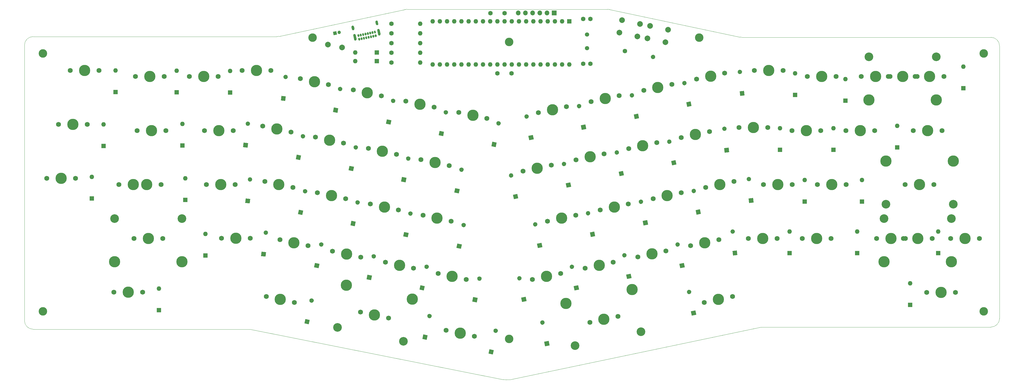
<source format=gbr>
%TF.GenerationSoftware,KiCad,Pcbnew,5.1.7-a382d34a8~88~ubuntu20.04.1*%
%TF.CreationDate,2021-03-24T17:29:37+01:00*%
%TF.ProjectId,sesame,73657361-6d65-42e6-9b69-6361645f7063,rev?*%
%TF.SameCoordinates,Original*%
%TF.FileFunction,Soldermask,Top*%
%TF.FilePolarity,Negative*%
%FSLAX46Y46*%
G04 Gerber Fmt 4.6, Leading zero omitted, Abs format (unit mm)*
G04 Created by KiCad (PCBNEW 5.1.7-a382d34a8~88~ubuntu20.04.1) date 2021-03-24 17:29:37*
%MOMM*%
%LPD*%
G01*
G04 APERTURE LIST*
%TA.AperFunction,Profile*%
%ADD10C,0.050000*%
%TD*%
%ADD11C,1.600000*%
%ADD12C,3.000000*%
%ADD13C,1.200000*%
%ADD14C,0.150000*%
%ADD15C,3.987800*%
%ADD16C,1.750000*%
%ADD17O,1.700000X1.700000*%
%ADD18R,1.700000X1.700000*%
%ADD19C,3.048000*%
%ADD20O,1.600000X1.600000*%
%ADD21R,1.600000X1.600000*%
%ADD22C,1.500000*%
%ADD23C,2.000000*%
G04 APERTURE END LIST*
D10*
X43688000Y-178562000D02*
G75*
G02*
X40640000Y-175514000I0J3048000D01*
G01*
X212136488Y-196378544D02*
G75*
G02*
X209804001Y-196341999I-1062488J6640544D01*
G01*
X385064000Y-174752000D02*
G75*
G02*
X382016000Y-177800000I-3048000J0D01*
G01*
X382016000Y-75438000D02*
G75*
G02*
X385064000Y-78486000I0J-3048000D01*
G01*
X293392751Y-75346994D02*
G75*
G03*
X294132000Y-75438000I739249J2956994D01*
G01*
X247435982Y-65639400D02*
G75*
G03*
X246634000Y-65532000I-801982J-2940600D01*
G01*
X174966018Y-65639400D02*
G75*
G02*
X175768000Y-65532000I801982J-2940600D01*
G01*
X130533249Y-75092994D02*
G75*
G02*
X129794000Y-75184000I-739249J2956994D01*
G01*
X40640000Y-78232000D02*
G75*
G02*
X43688000Y-75184000I3048000J0D01*
G01*
X130533249Y-75092994D02*
X174966018Y-65639400D01*
X43688000Y-75184000D02*
X129794000Y-75184000D01*
X40640000Y-175514000D02*
X40640000Y-78232000D01*
X120396000Y-178562000D02*
X43688000Y-178562000D01*
X209804001Y-196341999D02*
X120396000Y-178562000D01*
X300736000Y-177800000D02*
X212136488Y-196378544D01*
X382016000Y-177800000D02*
X300736000Y-177800000D01*
X385064000Y-78486000D02*
X385064000Y-174752000D01*
X294132000Y-75438000D02*
X382016000Y-75438000D01*
X247435982Y-65639400D02*
X293392751Y-75346994D01*
X175768000Y-65532000D02*
X246634000Y-65532000D01*
D11*
%TO.C,C2*%
X205248500Y-66929000D03*
X210248500Y-66929000D03*
%TD*%
%TO.C,C3*%
X212708500Y-88201500D03*
X207708500Y-88201500D03*
%TD*%
%TO.C,C4*%
X238038000Y-84772500D03*
X240538000Y-84772500D03*
%TD*%
%TO.C,C5*%
X238038000Y-68961000D03*
X240538000Y-68961000D03*
%TD*%
D12*
%TO.C,REF\u002A\u002A*%
X278955500Y-75565000D03*
%TD*%
D13*
%TO.C,C1*%
X151771721Y-73665632D03*
D14*
G36*
X149842358Y-74689136D02*
G01*
X149592864Y-73515358D01*
X150766642Y-73265864D01*
X151016136Y-74439642D01*
X149842358Y-74689136D01*
G37*
%TD*%
D15*
%TO.C,MX23*%
X185674000Y-119697500D03*
D16*
X180705010Y-118641309D03*
X190642990Y-120753691D03*
%TD*%
D17*
%TO.C,AVR1*%
X215011000Y-66865500D03*
X217551000Y-66865500D03*
X220091000Y-66865500D03*
X222631000Y-66865500D03*
X225171000Y-66865500D03*
D18*
X227711000Y-66865500D03*
%TD*%
D12*
%TO.C,REF\u002A\u002A*%
X142430500Y-75565000D03*
%TD*%
D15*
%TO.C,MX61*%
X356171500Y-146494500D03*
D16*
X351091500Y-146494500D03*
X361251500Y-146494500D03*
D19*
X344265250Y-139509500D03*
X368077750Y-139509500D03*
D15*
X344265250Y-154749500D03*
X368077750Y-154749500D03*
%TD*%
%TO.C,MX59*%
X346710000Y-146494500D03*
D16*
X341630000Y-146494500D03*
X351790000Y-146494500D03*
%TD*%
D15*
%TO.C,MX31*%
X359664000Y-108394500D03*
D16*
X354584000Y-108394500D03*
X364744000Y-108394500D03*
%TD*%
D15*
%TO.C,MX15*%
X350837500Y-89281000D03*
D16*
X345757500Y-89281000D03*
X355917500Y-89281000D03*
D19*
X338931250Y-82296000D03*
X362743750Y-82296000D03*
D15*
X338931250Y-97536000D03*
X362743750Y-97536000D03*
%TD*%
%TO.C,MX33*%
X83820000Y-127444500D03*
D16*
X78740000Y-127444500D03*
X88900000Y-127444500D03*
%TD*%
D15*
%TO.C,MX18*%
X85471000Y-108394500D03*
D16*
X80391000Y-108394500D03*
X90551000Y-108394500D03*
%TD*%
D15*
%TO.C,MX69*%
X79070200Y-127457200D03*
D16*
X73990200Y-127457200D03*
X84150200Y-127457200D03*
%TD*%
D20*
%TO.C,D60*%
X334772000Y-144018000D03*
D21*
X334772000Y-151638000D03*
%TD*%
D20*
%TO.C,U1*%
X233045000Y-85026500D03*
X184785000Y-69786500D03*
X230505000Y-85026500D03*
X187325000Y-69786500D03*
X227965000Y-85026500D03*
X189865000Y-69786500D03*
X225425000Y-85026500D03*
X192405000Y-69786500D03*
X222885000Y-85026500D03*
X194945000Y-69786500D03*
X220345000Y-85026500D03*
X197485000Y-69786500D03*
X217805000Y-85026500D03*
X200025000Y-69786500D03*
X215265000Y-85026500D03*
X202565000Y-69786500D03*
X212725000Y-85026500D03*
X205105000Y-69786500D03*
X210185000Y-85026500D03*
X207645000Y-69786500D03*
X207645000Y-85026500D03*
X210185000Y-69786500D03*
X205105000Y-85026500D03*
X212725000Y-69786500D03*
X202565000Y-85026500D03*
X215265000Y-69786500D03*
X200025000Y-85026500D03*
X217805000Y-69786500D03*
X197485000Y-85026500D03*
X220345000Y-69786500D03*
X194945000Y-85026500D03*
X222885000Y-69786500D03*
X192405000Y-85026500D03*
X225425000Y-69786500D03*
X189865000Y-85026500D03*
X227965000Y-69786500D03*
X187325000Y-85026500D03*
X230505000Y-69786500D03*
X184785000Y-85026500D03*
D21*
X233045000Y-69786500D03*
%TD*%
D15*
%TO.C,MX5*%
X143065500Y-91122500D03*
D16*
X138096510Y-90066309D03*
X148034490Y-92178691D03*
%TD*%
D12*
%TO.C,REF\u002A\u002A*%
X211836000Y-181991000D03*
%TD*%
%TO.C,REF\u002A\u002A*%
X379476000Y-172212000D03*
%TD*%
%TO.C,REF\u002A\u002A*%
X379476000Y-81153000D03*
%TD*%
%TO.C,REF\u002A\u002A*%
X47117000Y-81153000D03*
%TD*%
%TO.C,REF\u002A\u002A*%
X47117000Y-172212000D03*
%TD*%
%TO.C,REF\u002A\u002A*%
X211836000Y-77089000D03*
%TD*%
D22*
%TO.C,XTAL1*%
X239331500Y-79302000D03*
X239331500Y-74422000D03*
%TD*%
D15*
%TO.C,MX24*%
X221742000Y-121666000D03*
D16*
X216773010Y-122722191D03*
X226710990Y-120609809D03*
%TD*%
D15*
%TO.C,MX28*%
X298132500Y-107315000D03*
D16*
X293052500Y-107315000D03*
X303212500Y-107315000D03*
%TD*%
D15*
%TO.C,MX66*%
X245300500Y-175069500D03*
D16*
X240331510Y-176125691D03*
X250269490Y-174013309D03*
D19*
X235106693Y-184377310D03*
X258398833Y-179426412D03*
D15*
X231938119Y-169470340D03*
X255230259Y-164519443D03*
%TD*%
%TO.C,MX65*%
X194564000Y-179959000D03*
D16*
X189595010Y-178902809D03*
X199532990Y-181015191D03*
%TD*%
D15*
%TO.C,MX64*%
X164274500Y-173545500D03*
D16*
X159305510Y-172489309D03*
X169243490Y-174601691D03*
D19*
X151176167Y-177902412D03*
X174468307Y-182853310D03*
D15*
X154344741Y-162995443D03*
X177636881Y-167946340D03*
%TD*%
%TO.C,MX46*%
X356806500Y-127444500D03*
D16*
X351726500Y-127444500D03*
X361886500Y-127444500D03*
D19*
X344900250Y-134429500D03*
X368712750Y-134429500D03*
D15*
X344900250Y-119189500D03*
X368712750Y-119189500D03*
%TD*%
%TO.C,MX47*%
X84391500Y-146494500D03*
D16*
X79311500Y-146494500D03*
X89471500Y-146494500D03*
D19*
X72485250Y-139509500D03*
X96297750Y-139509500D03*
D15*
X72485250Y-154749500D03*
X96297750Y-154749500D03*
%TD*%
%TO.C,MX16*%
X360299000Y-89281000D03*
D16*
X355219000Y-89281000D03*
X365379000Y-89281000D03*
%TD*%
D15*
%TO.C,MX45*%
X341249000Y-89281000D03*
D16*
X336169000Y-89281000D03*
X346329000Y-89281000D03*
%TD*%
D15*
%TO.C,MX68*%
X364426500Y-165544500D03*
D16*
X359346500Y-165544500D03*
X369506500Y-165544500D03*
%TD*%
D15*
%TO.C,MX67*%
X285750000Y-168021000D03*
D16*
X280781010Y-169077191D03*
X290718990Y-166964809D03*
%TD*%
D15*
%TO.C,MX63*%
X131000500Y-168021000D03*
D16*
X126031510Y-166964809D03*
X135969490Y-169077191D03*
%TD*%
D15*
%TO.C,MX62*%
X77279500Y-165481000D03*
D16*
X72199500Y-165481000D03*
X82359500Y-165481000D03*
%TD*%
D15*
%TO.C,MX60*%
X372872000Y-146494500D03*
D16*
X367792000Y-146494500D03*
X377952000Y-146494500D03*
%TD*%
D15*
%TO.C,MX58*%
X320484500Y-146494500D03*
D16*
X315404500Y-146494500D03*
X325564500Y-146494500D03*
%TD*%
D15*
%TO.C,MX57*%
X301434500Y-146494500D03*
D16*
X296354500Y-146494500D03*
X306514500Y-146494500D03*
%TD*%
D15*
%TO.C,MX56*%
X280924000Y-148018500D03*
D16*
X275955010Y-149074691D03*
X285892990Y-146962309D03*
%TD*%
D15*
%TO.C,MX55*%
X262255000Y-151955500D03*
D16*
X257286010Y-153011691D03*
X267223990Y-150899309D03*
%TD*%
D15*
%TO.C,MX54*%
X243649500Y-155956000D03*
D16*
X238680510Y-157012191D03*
X248618490Y-154899809D03*
%TD*%
D15*
%TO.C,MX53*%
X225044000Y-159893000D03*
D16*
X220075010Y-160949191D03*
X230012990Y-158836809D03*
%TD*%
D15*
%TO.C,MX52*%
X191706500Y-159893000D03*
D16*
X186737510Y-158836809D03*
X196675490Y-160949191D03*
%TD*%
D15*
%TO.C,MX51*%
X173101000Y-155956000D03*
D16*
X168132010Y-154899809D03*
X178069990Y-157012191D03*
%TD*%
D15*
%TO.C,MX50*%
X154432000Y-152019000D03*
D16*
X149463010Y-150962809D03*
X159400990Y-153075191D03*
%TD*%
D15*
%TO.C,MX49*%
X135826500Y-148018500D03*
D16*
X130857510Y-146962309D03*
X140795490Y-149074691D03*
%TD*%
D15*
%TO.C,MX48*%
X115316000Y-146431000D03*
D16*
X110236000Y-146431000D03*
X120396000Y-146431000D03*
%TD*%
D15*
%TO.C,MX44*%
X325818500Y-127444500D03*
D16*
X320738500Y-127444500D03*
X330898500Y-127444500D03*
%TD*%
D15*
%TO.C,MX43*%
X306768500Y-127444500D03*
D16*
X301688500Y-127444500D03*
X311848500Y-127444500D03*
%TD*%
D15*
%TO.C,MX42*%
X286258000Y-127444500D03*
D16*
X281289010Y-128500691D03*
X291226990Y-126388309D03*
%TD*%
D15*
%TO.C,MX41*%
X267652500Y-131381500D03*
D16*
X262683510Y-132437691D03*
X272621490Y-130325309D03*
%TD*%
D15*
%TO.C,MX40*%
X248983500Y-135382000D03*
D16*
X244014510Y-136438191D03*
X253952490Y-134325809D03*
%TD*%
D15*
%TO.C,MX39*%
X230378000Y-139319000D03*
D16*
X225409010Y-140375191D03*
X235346990Y-138262809D03*
%TD*%
D15*
%TO.C,MX38*%
X186372500Y-139319000D03*
D16*
X181403510Y-138262809D03*
X191341490Y-140375191D03*
%TD*%
D15*
%TO.C,MX37*%
X167767000Y-135382000D03*
D16*
X162798010Y-134325809D03*
X172735990Y-136438191D03*
%TD*%
D15*
%TO.C,MX36*%
X149098000Y-131381500D03*
D16*
X144129010Y-130325309D03*
X154066990Y-132437691D03*
%TD*%
D15*
%TO.C,MX35*%
X130492500Y-127444500D03*
D16*
X125523510Y-126388309D03*
X135461490Y-128500691D03*
%TD*%
D15*
%TO.C,MX34*%
X109982000Y-127444500D03*
D16*
X104902000Y-127444500D03*
X115062000Y-127444500D03*
%TD*%
D15*
%TO.C,MX32*%
X53594000Y-125285500D03*
D16*
X48514000Y-125285500D03*
X58674000Y-125285500D03*
%TD*%
D15*
%TO.C,MX30*%
X335851500Y-108394500D03*
D16*
X330771500Y-108394500D03*
X340931500Y-108394500D03*
%TD*%
D15*
%TO.C,MX29*%
X316801500Y-108394500D03*
D16*
X311721500Y-108394500D03*
X321881500Y-108394500D03*
%TD*%
D15*
%TO.C,MX27*%
X277622000Y-109791500D03*
D16*
X272653010Y-110847691D03*
X282590990Y-108735309D03*
%TD*%
D15*
%TO.C,MX26*%
X259016500Y-113728500D03*
D16*
X254047510Y-114784691D03*
X263985490Y-112672309D03*
%TD*%
D15*
%TO.C,MX25*%
X240411000Y-117665500D03*
D16*
X235442010Y-118721691D03*
X245379990Y-116609309D03*
%TD*%
D15*
%TO.C,MX22*%
X167068500Y-115697000D03*
D16*
X162099510Y-114640809D03*
X172037490Y-116753191D03*
%TD*%
D15*
%TO.C,MX21*%
X148399500Y-111760000D03*
D16*
X143430510Y-110703809D03*
X153368490Y-112816191D03*
%TD*%
D15*
%TO.C,MX20*%
X129794000Y-107823000D03*
D16*
X124825010Y-106766809D03*
X134762990Y-108879191D03*
%TD*%
D15*
%TO.C,MX19*%
X109283500Y-108394500D03*
D16*
X104203500Y-108394500D03*
X114363500Y-108394500D03*
%TD*%
D15*
%TO.C,MX17*%
X57721500Y-106235500D03*
D16*
X52641500Y-106235500D03*
X62801500Y-106235500D03*
%TD*%
D15*
%TO.C,MX14*%
X322199000Y-89281000D03*
D16*
X317119000Y-89281000D03*
X327279000Y-89281000D03*
%TD*%
D15*
%TO.C,MX13*%
X303530000Y-87185500D03*
D16*
X298450000Y-87185500D03*
X308610000Y-87185500D03*
%TD*%
D15*
%TO.C,MX12*%
X283019500Y-89154000D03*
D16*
X278050510Y-90210191D03*
X287988490Y-88097809D03*
%TD*%
D15*
%TO.C,MX11*%
X264350500Y-93154500D03*
D16*
X259381510Y-94210691D03*
X269319490Y-92098309D03*
%TD*%
D15*
%TO.C,MX10*%
X245745000Y-97091500D03*
D16*
X240776010Y-98147691D03*
X250713990Y-96035309D03*
%TD*%
D15*
%TO.C,MX9*%
X227139500Y-101028500D03*
D16*
X222170510Y-102084691D03*
X232108490Y-99972309D03*
%TD*%
D15*
%TO.C,MX8*%
X199009000Y-102997000D03*
D16*
X194040010Y-101940809D03*
X203977990Y-104053191D03*
%TD*%
D15*
%TO.C,MX7*%
X180340000Y-99060000D03*
D16*
X175371010Y-98003809D03*
X185308990Y-100116191D03*
%TD*%
D15*
%TO.C,MX6*%
X161734500Y-95059500D03*
D16*
X156765510Y-94003309D03*
X166703490Y-96115691D03*
%TD*%
D15*
%TO.C,MX4*%
X122555000Y-87185500D03*
D16*
X117475000Y-87185500D03*
X127635000Y-87185500D03*
%TD*%
D15*
%TO.C,MX3*%
X103981250Y-89281000D03*
D16*
X98901250Y-89281000D03*
X109061250Y-89281000D03*
%TD*%
D15*
%TO.C,MX2*%
X84931250Y-89281000D03*
D16*
X79851250Y-89281000D03*
X90011250Y-89281000D03*
%TD*%
D15*
%TO.C,MX1*%
X61849000Y-87185500D03*
D16*
X56769000Y-87185500D03*
X66929000Y-87185500D03*
%TD*%
%TO.C,USB1*%
G36*
G01*
X163324913Y-74995366D02*
X163397683Y-75337718D01*
G75*
G02*
X163147356Y-75723187I-317898J-67571D01*
G01*
X163147356Y-75723187D01*
G75*
G02*
X162761887Y-75472860I-67571J317898D01*
G01*
X162689117Y-75130508D01*
G75*
G02*
X162939444Y-74745039I317898J67571D01*
G01*
X162939444Y-74745039D01*
G75*
G02*
X163324913Y-74995366I67571J-317898D01*
G01*
G37*
G36*
G01*
X164987763Y-74641916D02*
X165060533Y-74984268D01*
G75*
G02*
X164810206Y-75369737I-317898J-67571D01*
G01*
X164810206Y-75369737D01*
G75*
G02*
X164424737Y-75119410I-67571J317898D01*
G01*
X164351967Y-74777058D01*
G75*
G02*
X164602294Y-74391589I317898J67571D01*
G01*
X164602294Y-74391589D01*
G75*
G02*
X164987763Y-74641916I67571J-317898D01*
G01*
G37*
G36*
G01*
X164156338Y-74818641D02*
X164229108Y-75160993D01*
G75*
G02*
X163978781Y-75546462I-317898J-67571D01*
G01*
X163978781Y-75546462D01*
G75*
G02*
X163593312Y-75296135I-67571J317898D01*
G01*
X163520542Y-74953783D01*
G75*
G02*
X163770869Y-74568314I317898J67571D01*
G01*
X163770869Y-74568314D01*
G75*
G02*
X164156338Y-74818641I67571J-317898D01*
G01*
G37*
G36*
G01*
X162493487Y-75172091D02*
X162566257Y-75514443D01*
G75*
G02*
X162315930Y-75899912I-317898J-67571D01*
G01*
X162315930Y-75899912D01*
G75*
G02*
X161930461Y-75649585I-67571J317898D01*
G01*
X161857691Y-75307233D01*
G75*
G02*
X162108018Y-74921764I317898J67571D01*
G01*
X162108018Y-74921764D01*
G75*
G02*
X162493487Y-75172091I67571J-317898D01*
G01*
G37*
G36*
G01*
X161662062Y-75348816D02*
X161734832Y-75691168D01*
G75*
G02*
X161484505Y-76076637I-317898J-67571D01*
G01*
X161484505Y-76076637D01*
G75*
G02*
X161099036Y-75826310I-67571J317898D01*
G01*
X161026266Y-75483958D01*
G75*
G02*
X161276593Y-75098489I317898J67571D01*
G01*
X161276593Y-75098489D01*
G75*
G02*
X161662062Y-75348816I67571J-317898D01*
G01*
G37*
G36*
G01*
X160830636Y-75525541D02*
X160903406Y-75867893D01*
G75*
G02*
X160653079Y-76253362I-317898J-67571D01*
G01*
X160653079Y-76253362D01*
G75*
G02*
X160267610Y-76003035I-67571J317898D01*
G01*
X160194840Y-75660683D01*
G75*
G02*
X160445167Y-75275214I317898J67571D01*
G01*
X160445167Y-75275214D01*
G75*
G02*
X160830636Y-75525541I67571J-317898D01*
G01*
G37*
G36*
G01*
X159999211Y-75702266D02*
X160071981Y-76044618D01*
G75*
G02*
X159821654Y-76430087I-317898J-67571D01*
G01*
X159821654Y-76430087D01*
G75*
G02*
X159436185Y-76179760I-67571J317898D01*
G01*
X159363415Y-75837408D01*
G75*
G02*
X159613742Y-75451939I317898J67571D01*
G01*
X159613742Y-75451939D01*
G75*
G02*
X159999211Y-75702266I67571J-317898D01*
G01*
G37*
G36*
G01*
X159167785Y-75878991D02*
X159240555Y-76221343D01*
G75*
G02*
X158990228Y-76606812I-317898J-67571D01*
G01*
X158990228Y-76606812D01*
G75*
G02*
X158604759Y-76356485I-67571J317898D01*
G01*
X158531989Y-76014133D01*
G75*
G02*
X158782316Y-75628664I317898J67571D01*
G01*
X158782316Y-75628664D01*
G75*
G02*
X159167785Y-75878991I67571J-317898D01*
G01*
G37*
G36*
G01*
X164712280Y-73345871D02*
X164785050Y-73688223D01*
G75*
G02*
X164534723Y-74073692I-317898J-67571D01*
G01*
X164534723Y-74073692D01*
G75*
G02*
X164149254Y-73823365I-67571J317898D01*
G01*
X164076484Y-73481013D01*
G75*
G02*
X164326811Y-73095544I317898J67571D01*
G01*
X164326811Y-73095544D01*
G75*
G02*
X164712280Y-73345871I67571J-317898D01*
G01*
G37*
G36*
G01*
X163875964Y-73523635D02*
X163948734Y-73865987D01*
G75*
G02*
X163698407Y-74251456I-317898J-67571D01*
G01*
X163698407Y-74251456D01*
G75*
G02*
X163312938Y-74001129I-67571J317898D01*
G01*
X163240168Y-73658777D01*
G75*
G02*
X163490495Y-73273308I317898J67571D01*
G01*
X163490495Y-73273308D01*
G75*
G02*
X163875964Y-73523635I67571J-317898D01*
G01*
G37*
G36*
G01*
X163044539Y-73700360D02*
X163117309Y-74042712D01*
G75*
G02*
X162866982Y-74428181I-317898J-67571D01*
G01*
X162866982Y-74428181D01*
G75*
G02*
X162481513Y-74177854I-67571J317898D01*
G01*
X162408743Y-73835502D01*
G75*
G02*
X162659070Y-73450033I317898J67571D01*
G01*
X162659070Y-73450033D01*
G75*
G02*
X163044539Y-73700360I67571J-317898D01*
G01*
G37*
G36*
G01*
X162213113Y-73877085D02*
X162285883Y-74219437D01*
G75*
G02*
X162035556Y-74604906I-317898J-67571D01*
G01*
X162035556Y-74604906D01*
G75*
G02*
X161650087Y-74354579I-67571J317898D01*
G01*
X161577317Y-74012227D01*
G75*
G02*
X161827644Y-73626758I317898J67571D01*
G01*
X161827644Y-73626758D01*
G75*
G02*
X162213113Y-73877085I67571J-317898D01*
G01*
G37*
G36*
G01*
X161381688Y-74053810D02*
X161454458Y-74396162D01*
G75*
G02*
X161204131Y-74781631I-317898J-67571D01*
G01*
X161204131Y-74781631D01*
G75*
G02*
X160818662Y-74531304I-67571J317898D01*
G01*
X160745892Y-74188952D01*
G75*
G02*
X160996219Y-73803483I317898J67571D01*
G01*
X160996219Y-73803483D01*
G75*
G02*
X161381688Y-74053810I67571J-317898D01*
G01*
G37*
G36*
G01*
X160550262Y-74230535D02*
X160623032Y-74572887D01*
G75*
G02*
X160372705Y-74958356I-317898J-67571D01*
G01*
X160372705Y-74958356D01*
G75*
G02*
X159987236Y-74708029I-67571J317898D01*
G01*
X159914466Y-74365677D01*
G75*
G02*
X160164793Y-73980208I317898J67571D01*
G01*
X160164793Y-73980208D01*
G75*
G02*
X160550262Y-74230535I67571J-317898D01*
G01*
G37*
G36*
G01*
X159718837Y-74407260D02*
X159791607Y-74749612D01*
G75*
G02*
X159541280Y-75135081I-317898J-67571D01*
G01*
X159541280Y-75135081D01*
G75*
G02*
X159155811Y-74884754I-67571J317898D01*
G01*
X159083041Y-74542402D01*
G75*
G02*
X159333368Y-74156933I317898J67571D01*
G01*
X159333368Y-74156933D01*
G75*
G02*
X159718837Y-74407260I67571J-317898D01*
G01*
G37*
G36*
G01*
X158887411Y-74583985D02*
X158960181Y-74926337D01*
G75*
G02*
X158709854Y-75311806I-317898J-67571D01*
G01*
X158709854Y-75311806D01*
G75*
G02*
X158324385Y-75061479I-67571J317898D01*
G01*
X158251615Y-74719127D01*
G75*
G02*
X158501942Y-74333658I317898J67571D01*
G01*
X158501942Y-74333658D01*
G75*
G02*
X158887411Y-74583985I67571J-317898D01*
G01*
G37*
G36*
G01*
X166107228Y-72814227D02*
X166419096Y-74281449D01*
G75*
G02*
X166072490Y-74815175I-440166J-93560D01*
G01*
X166072490Y-74815175D01*
G75*
G02*
X165538764Y-74468569I-93560J440166D01*
G01*
X165226896Y-73001347D01*
G75*
G02*
X165573502Y-72467621I440166J93560D01*
G01*
X165573502Y-72467621D01*
G75*
G02*
X166107228Y-72814227I93560J-440166D01*
G01*
G37*
G36*
G01*
X157646251Y-74612663D02*
X157958119Y-76079885D01*
G75*
G02*
X157611513Y-76613611I-440166J-93560D01*
G01*
X157611513Y-76613611D01*
G75*
G02*
X157077787Y-76267005I-93560J440166D01*
G01*
X156765919Y-74799783D01*
G75*
G02*
X157112525Y-74266057I440166J93560D01*
G01*
X157112525Y-74266057D01*
G75*
G02*
X157646251Y-74612663I93560J-440166D01*
G01*
G37*
G36*
G01*
X165477256Y-69850440D02*
X165643586Y-70632958D01*
G75*
G02*
X165296980Y-71166684I-440166J-93560D01*
G01*
X165296980Y-71166684D01*
G75*
G02*
X164763254Y-70820078I-93560J440166D01*
G01*
X164596924Y-70037560D01*
G75*
G02*
X164943530Y-69503834I440166J93560D01*
G01*
X164943530Y-69503834D01*
G75*
G02*
X165477256Y-69850440I93560J-440166D01*
G01*
G37*
G36*
G01*
X157016279Y-71648876D02*
X157182609Y-72431394D01*
G75*
G02*
X156836003Y-72965120I-440166J-93560D01*
G01*
X156836003Y-72965120D01*
G75*
G02*
X156302277Y-72618514I-93560J440166D01*
G01*
X156135947Y-71835996D01*
G75*
G02*
X156482553Y-71302270I440166J93560D01*
G01*
X156482553Y-71302270D01*
G75*
G02*
X157016279Y-71648876I93560J-440166D01*
G01*
G37*
%TD*%
D23*
%TO.C,Reset1*%
X267977959Y-72725426D03*
X267042357Y-77127090D03*
X261620000Y-71374000D03*
X260684397Y-75775664D03*
%TD*%
%TO.C,R6*%
G36*
G01*
X261885462Y-82210054D02*
X261885462Y-82210054D01*
G75*
G02*
X262834309Y-81593865I782518J-166329D01*
G01*
X262834309Y-81593865D01*
G75*
G02*
X263450498Y-82542712I-166329J-782518D01*
G01*
X263450498Y-82542712D01*
G75*
G02*
X262501651Y-83158901I-782518J166329D01*
G01*
X262501651Y-83158901D01*
G75*
G02*
X261885462Y-82210054I166329J782518D01*
G01*
G37*
D11*
X252730000Y-80264000D03*
%TD*%
D20*
%TO.C,R5*%
X180403500Y-70612000D03*
D11*
X170243500Y-70612000D03*
%TD*%
D20*
%TO.C,R4*%
X180403500Y-74041000D03*
D11*
X170243500Y-74041000D03*
%TD*%
D20*
%TO.C,R3*%
X180403500Y-80899000D03*
D11*
X170243500Y-80899000D03*
%TD*%
D20*
%TO.C,R2*%
X180403500Y-77470000D03*
D11*
X170243500Y-77470000D03*
%TD*%
D20*
%TO.C,R1*%
X180403500Y-84328000D03*
D11*
X170243500Y-84328000D03*
%TD*%
D23*
%TO.C,F1*%
X152794911Y-79043973D03*
X147828000Y-77978000D03*
%TD*%
D20*
%TO.C,D68*%
X353441000Y-162306000D03*
D21*
X353441000Y-169926000D03*
%TD*%
%TO.C,D67*%
G36*
G01*
X275569042Y-166176033D02*
X275569042Y-166176033D01*
G75*
G02*
X274620195Y-165559844I-166329J782518D01*
G01*
X274620195Y-165559844D01*
G75*
G02*
X275236384Y-164610997I782518J166329D01*
G01*
X275236384Y-164610997D01*
G75*
G02*
X276185231Y-165227186I166329J-782518D01*
G01*
X276185231Y-165227186D01*
G75*
G02*
X275569042Y-166176033I-782518J-166329D01*
G01*
G37*
D14*
G36*
X277935847Y-173463189D02*
G01*
X276370811Y-173795847D01*
X276038153Y-172230811D01*
X277603189Y-171898153D01*
X277935847Y-173463189D01*
G37*
%TD*%
%TO.C,D66*%
G36*
G01*
X223753042Y-176971033D02*
X223753042Y-176971033D01*
G75*
G02*
X222804195Y-176354844I-166329J782518D01*
G01*
X222804195Y-176354844D01*
G75*
G02*
X223420384Y-175405997I782518J166329D01*
G01*
X223420384Y-175405997D01*
G75*
G02*
X224369231Y-176022186I166329J-782518D01*
G01*
X224369231Y-176022186D01*
G75*
G02*
X223753042Y-176971033I-782518J-166329D01*
G01*
G37*
G36*
X226119847Y-184258189D02*
G01*
X224554811Y-184590847D01*
X224222153Y-183025811D01*
X225787189Y-182693153D01*
X226119847Y-184258189D01*
G37*
%TD*%
%TO.C,D65*%
G36*
G01*
X206903958Y-179892033D02*
X206903958Y-179892033D01*
G75*
G02*
X206287769Y-178943186I166329J782518D01*
G01*
X206287769Y-178943186D01*
G75*
G02*
X207236616Y-178326997I782518J-166329D01*
G01*
X207236616Y-178326997D01*
G75*
G02*
X207852805Y-179275844I-166329J-782518D01*
G01*
X207852805Y-179275844D01*
G75*
G02*
X206903958Y-179892033I-782518J166329D01*
G01*
G37*
G36*
X206102189Y-187511847D02*
G01*
X204537153Y-187179189D01*
X204869811Y-185614153D01*
X206434847Y-185946811D01*
X206102189Y-187511847D01*
G37*
%TD*%
%TO.C,D64*%
G36*
G01*
X183535958Y-174685033D02*
X183535958Y-174685033D01*
G75*
G02*
X182919769Y-173736186I166329J782518D01*
G01*
X182919769Y-173736186D01*
G75*
G02*
X183868616Y-173119997I782518J-166329D01*
G01*
X183868616Y-173119997D01*
G75*
G02*
X184484805Y-174068844I-166329J-782518D01*
G01*
X184484805Y-174068844D01*
G75*
G02*
X183535958Y-174685033I-782518J166329D01*
G01*
G37*
G36*
X182734189Y-182304847D02*
G01*
X181169153Y-181972189D01*
X181501811Y-180407153D01*
X183066847Y-180739811D01*
X182734189Y-182304847D01*
G37*
%TD*%
%TO.C,D63*%
G36*
G01*
X141879958Y-169224033D02*
X141879958Y-169224033D01*
G75*
G02*
X141263769Y-168275186I166329J782518D01*
G01*
X141263769Y-168275186D01*
G75*
G02*
X142212616Y-167658997I782518J-166329D01*
G01*
X142212616Y-167658997D01*
G75*
G02*
X142828805Y-168607844I-166329J-782518D01*
G01*
X142828805Y-168607844D01*
G75*
G02*
X141879958Y-169224033I-782518J166329D01*
G01*
G37*
G36*
X141078189Y-176843847D02*
G01*
X139513153Y-176511189D01*
X139845811Y-174946153D01*
X141410847Y-175278811D01*
X141078189Y-176843847D01*
G37*
%TD*%
D20*
%TO.C,D62*%
X88138000Y-164211000D03*
D21*
X88138000Y-171831000D03*
%TD*%
D20*
%TO.C,D61*%
X363347000Y-144018000D03*
D21*
X363347000Y-151638000D03*
%TD*%
D20*
%TO.C,D59*%
X310896000Y-144018000D03*
D21*
X310896000Y-151638000D03*
%TD*%
%TO.C,D58*%
G36*
G01*
X290879116Y-144855361D02*
X290879116Y-144855361D01*
G75*
G02*
X289999875Y-144143366I-83623J795618D01*
G01*
X289999875Y-144143366D01*
G75*
G02*
X290711870Y-143264125I795618J83623D01*
G01*
X290711870Y-143264125D01*
G75*
G02*
X291591111Y-143976120I83623J-795618D01*
G01*
X291591111Y-143976120D01*
G75*
G02*
X290879116Y-144855361I-795618J-83623D01*
G01*
G37*
D14*
G36*
X292471240Y-152349995D02*
G01*
X290880005Y-152517240D01*
X290712760Y-150926005D01*
X292303995Y-150758760D01*
X292471240Y-152349995D01*
G37*
%TD*%
%TO.C,D57*%
G36*
G01*
X271505042Y-149412033D02*
X271505042Y-149412033D01*
G75*
G02*
X270556195Y-148795844I-166329J782518D01*
G01*
X270556195Y-148795844D01*
G75*
G02*
X271172384Y-147846997I782518J166329D01*
G01*
X271172384Y-147846997D01*
G75*
G02*
X272121231Y-148463186I166329J-782518D01*
G01*
X272121231Y-148463186D01*
G75*
G02*
X271505042Y-149412033I-782518J-166329D01*
G01*
G37*
G36*
X273871847Y-156699189D02*
G01*
X272306811Y-157031847D01*
X271974153Y-155466811D01*
X273539189Y-155134153D01*
X273871847Y-156699189D01*
G37*
%TD*%
%TO.C,D56*%
G36*
G01*
X252709042Y-153222033D02*
X252709042Y-153222033D01*
G75*
G02*
X251760195Y-152605844I-166329J782518D01*
G01*
X251760195Y-152605844D01*
G75*
G02*
X252376384Y-151656997I782518J166329D01*
G01*
X252376384Y-151656997D01*
G75*
G02*
X253325231Y-152273186I166329J-782518D01*
G01*
X253325231Y-152273186D01*
G75*
G02*
X252709042Y-153222033I-782518J-166329D01*
G01*
G37*
G36*
X255075847Y-160509189D02*
G01*
X253510811Y-160841847D01*
X253178153Y-159276811D01*
X254743189Y-158944153D01*
X255075847Y-160509189D01*
G37*
%TD*%
%TO.C,D55*%
G36*
G01*
X234167042Y-157286033D02*
X234167042Y-157286033D01*
G75*
G02*
X233218195Y-156669844I-166329J782518D01*
G01*
X233218195Y-156669844D01*
G75*
G02*
X233834384Y-155720997I782518J166329D01*
G01*
X233834384Y-155720997D01*
G75*
G02*
X234783231Y-156337186I166329J-782518D01*
G01*
X234783231Y-156337186D01*
G75*
G02*
X234167042Y-157286033I-782518J-166329D01*
G01*
G37*
G36*
X236533847Y-164573189D02*
G01*
X234968811Y-164905847D01*
X234636153Y-163340811D01*
X236201189Y-163008153D01*
X236533847Y-164573189D01*
G37*
%TD*%
%TO.C,D54*%
G36*
G01*
X215625042Y-161350033D02*
X215625042Y-161350033D01*
G75*
G02*
X214676195Y-160733844I-166329J782518D01*
G01*
X214676195Y-160733844D01*
G75*
G02*
X215292384Y-159784997I782518J166329D01*
G01*
X215292384Y-159784997D01*
G75*
G02*
X216241231Y-160401186I166329J-782518D01*
G01*
X216241231Y-160401186D01*
G75*
G02*
X215625042Y-161350033I-782518J-166329D01*
G01*
G37*
G36*
X217991847Y-168637189D02*
G01*
X216426811Y-168969847D01*
X216094153Y-167404811D01*
X217659189Y-167072153D01*
X217991847Y-168637189D01*
G37*
%TD*%
%TO.C,D53*%
G36*
G01*
X201188958Y-161477033D02*
X201188958Y-161477033D01*
G75*
G02*
X200572769Y-160528186I166329J782518D01*
G01*
X200572769Y-160528186D01*
G75*
G02*
X201521616Y-159911997I782518J-166329D01*
G01*
X201521616Y-159911997D01*
G75*
G02*
X202137805Y-160860844I-166329J-782518D01*
G01*
X202137805Y-160860844D01*
G75*
G02*
X201188958Y-161477033I-782518J166329D01*
G01*
G37*
G36*
X200387189Y-169096847D02*
G01*
X198822153Y-168764189D01*
X199154811Y-167199153D01*
X200719847Y-167531811D01*
X200387189Y-169096847D01*
G37*
%TD*%
%TO.C,D52*%
G36*
G01*
X182519958Y-157286033D02*
X182519958Y-157286033D01*
G75*
G02*
X181903769Y-156337186I166329J782518D01*
G01*
X181903769Y-156337186D01*
G75*
G02*
X182852616Y-155720997I782518J-166329D01*
G01*
X182852616Y-155720997D01*
G75*
G02*
X183468805Y-156669844I-166329J-782518D01*
G01*
X183468805Y-156669844D01*
G75*
G02*
X182519958Y-157286033I-782518J166329D01*
G01*
G37*
G36*
X181718189Y-164905847D02*
G01*
X180153153Y-164573189D01*
X180485811Y-163008153D01*
X182050847Y-163340811D01*
X181718189Y-164905847D01*
G37*
%TD*%
%TO.C,D51*%
G36*
G01*
X163850958Y-153603033D02*
X163850958Y-153603033D01*
G75*
G02*
X163234769Y-152654186I166329J782518D01*
G01*
X163234769Y-152654186D01*
G75*
G02*
X164183616Y-152037997I782518J-166329D01*
G01*
X164183616Y-152037997D01*
G75*
G02*
X164799805Y-152986844I-166329J-782518D01*
G01*
X164799805Y-152986844D01*
G75*
G02*
X163850958Y-153603033I-782518J166329D01*
G01*
G37*
G36*
X163049189Y-161222847D02*
G01*
X161484153Y-160890189D01*
X161816811Y-159325153D01*
X163381847Y-159657811D01*
X163049189Y-161222847D01*
G37*
%TD*%
%TO.C,D50*%
G36*
G01*
X145308958Y-149412033D02*
X145308958Y-149412033D01*
G75*
G02*
X144692769Y-148463186I166329J782518D01*
G01*
X144692769Y-148463186D01*
G75*
G02*
X145641616Y-147846997I782518J-166329D01*
G01*
X145641616Y-147846997D01*
G75*
G02*
X146257805Y-148795844I-166329J-782518D01*
G01*
X146257805Y-148795844D01*
G75*
G02*
X145308958Y-149412033I-782518J166329D01*
G01*
G37*
G36*
X144507189Y-157031847D02*
G01*
X142942153Y-156699189D01*
X143274811Y-155134153D01*
X144839847Y-155466811D01*
X144507189Y-157031847D01*
G37*
%TD*%
%TO.C,D49*%
G36*
G01*
X125807884Y-145236361D02*
X125807884Y-145236361D01*
G75*
G02*
X125095889Y-144357120I83623J795618D01*
G01*
X125095889Y-144357120D01*
G75*
G02*
X125975130Y-143645125I795618J-83623D01*
G01*
X125975130Y-143645125D01*
G75*
G02*
X126687125Y-144524366I-83623J-795618D01*
G01*
X126687125Y-144524366D01*
G75*
G02*
X125807884Y-145236361I-795618J83623D01*
G01*
G37*
G36*
X125806995Y-152898240D02*
G01*
X124215760Y-152730995D01*
X124383005Y-151139760D01*
X125974240Y-151307005D01*
X125806995Y-152898240D01*
G37*
%TD*%
D20*
%TO.C,D48*%
X104521000Y-144907000D03*
D21*
X104521000Y-152527000D03*
%TD*%
D20*
%TO.C,D47*%
X336423000Y-125857000D03*
D21*
X336423000Y-133477000D03*
%TD*%
D20*
%TO.C,D45*%
X316230000Y-125857000D03*
D21*
X316230000Y-133477000D03*
%TD*%
%TO.C,D44*%
G36*
G01*
X296594116Y-126313361D02*
X296594116Y-126313361D01*
G75*
G02*
X295714875Y-125601366I-83623J795618D01*
G01*
X295714875Y-125601366D01*
G75*
G02*
X296426870Y-124722125I795618J83623D01*
G01*
X296426870Y-124722125D01*
G75*
G02*
X297306111Y-125434120I83623J-795618D01*
G01*
X297306111Y-125434120D01*
G75*
G02*
X296594116Y-126313361I-795618J-83623D01*
G01*
G37*
D14*
G36*
X298186240Y-133807995D02*
G01*
X296595005Y-133975240D01*
X296427760Y-132384005D01*
X298018995Y-132216760D01*
X298186240Y-133807995D01*
G37*
%TD*%
%TO.C,D43*%
G36*
G01*
X277220042Y-130489033D02*
X277220042Y-130489033D01*
G75*
G02*
X276271195Y-129872844I-166329J782518D01*
G01*
X276271195Y-129872844D01*
G75*
G02*
X276887384Y-128923997I782518J166329D01*
G01*
X276887384Y-128923997D01*
G75*
G02*
X277836231Y-129540186I166329J-782518D01*
G01*
X277836231Y-129540186D01*
G75*
G02*
X277220042Y-130489033I-782518J-166329D01*
G01*
G37*
G36*
X279586847Y-137776189D02*
G01*
X278021811Y-138108847D01*
X277689153Y-136543811D01*
X279254189Y-136211153D01*
X279586847Y-137776189D01*
G37*
%TD*%
%TO.C,D42*%
G36*
G01*
X258551042Y-134299033D02*
X258551042Y-134299033D01*
G75*
G02*
X257602195Y-133682844I-166329J782518D01*
G01*
X257602195Y-133682844D01*
G75*
G02*
X258218384Y-132733997I782518J166329D01*
G01*
X258218384Y-132733997D01*
G75*
G02*
X259167231Y-133350186I166329J-782518D01*
G01*
X259167231Y-133350186D01*
G75*
G02*
X258551042Y-134299033I-782518J-166329D01*
G01*
G37*
G36*
X260917847Y-141586189D02*
G01*
X259352811Y-141918847D01*
X259020153Y-140353811D01*
X260585189Y-140021153D01*
X260917847Y-141586189D01*
G37*
%TD*%
%TO.C,D41*%
G36*
G01*
X239882042Y-138363033D02*
X239882042Y-138363033D01*
G75*
G02*
X238933195Y-137746844I-166329J782518D01*
G01*
X238933195Y-137746844D01*
G75*
G02*
X239549384Y-136797997I782518J166329D01*
G01*
X239549384Y-136797997D01*
G75*
G02*
X240498231Y-137414186I166329J-782518D01*
G01*
X240498231Y-137414186D01*
G75*
G02*
X239882042Y-138363033I-782518J-166329D01*
G01*
G37*
G36*
X242248847Y-145650189D02*
G01*
X240683811Y-145982847D01*
X240351153Y-144417811D01*
X241916189Y-144085153D01*
X242248847Y-145650189D01*
G37*
%TD*%
%TO.C,D40*%
G36*
G01*
X221213042Y-142300033D02*
X221213042Y-142300033D01*
G75*
G02*
X220264195Y-141683844I-166329J782518D01*
G01*
X220264195Y-141683844D01*
G75*
G02*
X220880384Y-140734997I782518J166329D01*
G01*
X220880384Y-140734997D01*
G75*
G02*
X221829231Y-141351186I166329J-782518D01*
G01*
X221829231Y-141351186D01*
G75*
G02*
X221213042Y-142300033I-782518J-166329D01*
G01*
G37*
G36*
X223579847Y-149587189D02*
G01*
X222014811Y-149919847D01*
X221682153Y-148354811D01*
X223247189Y-148022153D01*
X223579847Y-149587189D01*
G37*
%TD*%
%TO.C,D39*%
G36*
G01*
X195600958Y-142554033D02*
X195600958Y-142554033D01*
G75*
G02*
X194984769Y-141605186I166329J782518D01*
G01*
X194984769Y-141605186D01*
G75*
G02*
X195933616Y-140988997I782518J-166329D01*
G01*
X195933616Y-140988997D01*
G75*
G02*
X196549805Y-141937844I-166329J-782518D01*
G01*
X196549805Y-141937844D01*
G75*
G02*
X195600958Y-142554033I-782518J166329D01*
G01*
G37*
G36*
X194799189Y-150173847D02*
G01*
X193234153Y-149841189D01*
X193566811Y-148276153D01*
X195131847Y-148608811D01*
X194799189Y-150173847D01*
G37*
%TD*%
%TO.C,D38*%
G36*
G01*
X176804958Y-138490033D02*
X176804958Y-138490033D01*
G75*
G02*
X176188769Y-137541186I166329J782518D01*
G01*
X176188769Y-137541186D01*
G75*
G02*
X177137616Y-136924997I782518J-166329D01*
G01*
X177137616Y-136924997D01*
G75*
G02*
X177753805Y-137873844I-166329J-782518D01*
G01*
X177753805Y-137873844D01*
G75*
G02*
X176804958Y-138490033I-782518J166329D01*
G01*
G37*
G36*
X176003189Y-146109847D02*
G01*
X174438153Y-145777189D01*
X174770811Y-144212153D01*
X176335847Y-144544811D01*
X176003189Y-146109847D01*
G37*
%TD*%
%TO.C,D37*%
G36*
G01*
X158135958Y-134553033D02*
X158135958Y-134553033D01*
G75*
G02*
X157519769Y-133604186I166329J782518D01*
G01*
X157519769Y-133604186D01*
G75*
G02*
X158468616Y-132987997I782518J-166329D01*
G01*
X158468616Y-132987997D01*
G75*
G02*
X159084805Y-133936844I-166329J-782518D01*
G01*
X159084805Y-133936844D01*
G75*
G02*
X158135958Y-134553033I-782518J166329D01*
G01*
G37*
G36*
X157334189Y-142172847D02*
G01*
X155769153Y-141840189D01*
X156101811Y-140275153D01*
X157666847Y-140607811D01*
X157334189Y-142172847D01*
G37*
%TD*%
%TO.C,D36*%
G36*
G01*
X139593958Y-130616033D02*
X139593958Y-130616033D01*
G75*
G02*
X138977769Y-129667186I166329J782518D01*
G01*
X138977769Y-129667186D01*
G75*
G02*
X139926616Y-129050997I782518J-166329D01*
G01*
X139926616Y-129050997D01*
G75*
G02*
X140542805Y-129999844I-166329J-782518D01*
G01*
X140542805Y-129999844D01*
G75*
G02*
X139593958Y-130616033I-782518J166329D01*
G01*
G37*
G36*
X138792189Y-138235847D02*
G01*
X137227153Y-137903189D01*
X137559811Y-136338153D01*
X139124847Y-136670811D01*
X138792189Y-138235847D01*
G37*
%TD*%
%TO.C,D35*%
G36*
G01*
X120219884Y-126440361D02*
X120219884Y-126440361D01*
G75*
G02*
X119507889Y-125561120I83623J795618D01*
G01*
X119507889Y-125561120D01*
G75*
G02*
X120387130Y-124849125I795618J-83623D01*
G01*
X120387130Y-124849125D01*
G75*
G02*
X121099125Y-125728366I-83623J-795618D01*
G01*
X121099125Y-125728366D01*
G75*
G02*
X120219884Y-126440361I-795618J83623D01*
G01*
G37*
G36*
X120218995Y-134102240D02*
G01*
X118627760Y-133934995D01*
X118795005Y-132343760D01*
X120386240Y-132511005D01*
X120218995Y-134102240D01*
G37*
%TD*%
D20*
%TO.C,D34*%
X97409000Y-125222000D03*
D21*
X97409000Y-132842000D03*
%TD*%
D20*
%TO.C,D33*%
X64389000Y-124714000D03*
D21*
X64389000Y-132334000D03*
%TD*%
D20*
%TO.C,D32*%
X348869000Y-106680000D03*
D21*
X348869000Y-114300000D03*
%TD*%
D20*
%TO.C,D31*%
X326390000Y-107569000D03*
D21*
X326390000Y-115189000D03*
%TD*%
D20*
%TO.C,D30*%
X307467000Y-107569000D03*
D21*
X307467000Y-115189000D03*
%TD*%
%TO.C,D29*%
G36*
G01*
X287958116Y-108533361D02*
X287958116Y-108533361D01*
G75*
G02*
X287078875Y-107821366I-83623J795618D01*
G01*
X287078875Y-107821366D01*
G75*
G02*
X287790870Y-106942125I795618J83623D01*
G01*
X287790870Y-106942125D01*
G75*
G02*
X288670111Y-107654120I83623J-795618D01*
G01*
X288670111Y-107654120D01*
G75*
G02*
X287958116Y-108533361I-795618J-83623D01*
G01*
G37*
D14*
G36*
X289550240Y-116027995D02*
G01*
X287959005Y-116195240D01*
X287791760Y-114604005D01*
X289382995Y-114436760D01*
X289550240Y-116027995D01*
G37*
%TD*%
%TO.C,D28*%
G36*
G01*
X268584042Y-113090033D02*
X268584042Y-113090033D01*
G75*
G02*
X267635195Y-112473844I-166329J782518D01*
G01*
X267635195Y-112473844D01*
G75*
G02*
X268251384Y-111524997I782518J166329D01*
G01*
X268251384Y-111524997D01*
G75*
G02*
X269200231Y-112141186I166329J-782518D01*
G01*
X269200231Y-112141186D01*
G75*
G02*
X268584042Y-113090033I-782518J-166329D01*
G01*
G37*
G36*
X270950847Y-120377189D02*
G01*
X269385811Y-120709847D01*
X269053153Y-119144811D01*
X270618189Y-118812153D01*
X270950847Y-120377189D01*
G37*
%TD*%
%TO.C,D27*%
G36*
G01*
X250042042Y-116900033D02*
X250042042Y-116900033D01*
G75*
G02*
X249093195Y-116283844I-166329J782518D01*
G01*
X249093195Y-116283844D01*
G75*
G02*
X249709384Y-115334997I782518J166329D01*
G01*
X249709384Y-115334997D01*
G75*
G02*
X250658231Y-115951186I166329J-782518D01*
G01*
X250658231Y-115951186D01*
G75*
G02*
X250042042Y-116900033I-782518J-166329D01*
G01*
G37*
G36*
X252408847Y-124187189D02*
G01*
X250843811Y-124519847D01*
X250511153Y-122954811D01*
X252076189Y-122622153D01*
X252408847Y-124187189D01*
G37*
%TD*%
%TO.C,D26*%
G36*
G01*
X231373042Y-120964033D02*
X231373042Y-120964033D01*
G75*
G02*
X230424195Y-120347844I-166329J782518D01*
G01*
X230424195Y-120347844D01*
G75*
G02*
X231040384Y-119398997I782518J166329D01*
G01*
X231040384Y-119398997D01*
G75*
G02*
X231989231Y-120015186I166329J-782518D01*
G01*
X231989231Y-120015186D01*
G75*
G02*
X231373042Y-120964033I-782518J-166329D01*
G01*
G37*
G36*
X233739847Y-128251189D02*
G01*
X232174811Y-128583847D01*
X231842153Y-127018811D01*
X233407189Y-126686153D01*
X233739847Y-128251189D01*
G37*
%TD*%
%TO.C,D25*%
G36*
G01*
X212704042Y-125028033D02*
X212704042Y-125028033D01*
G75*
G02*
X211755195Y-124411844I-166329J782518D01*
G01*
X211755195Y-124411844D01*
G75*
G02*
X212371384Y-123462997I782518J166329D01*
G01*
X212371384Y-123462997D01*
G75*
G02*
X213320231Y-124079186I166329J-782518D01*
G01*
X213320231Y-124079186D01*
G75*
G02*
X212704042Y-125028033I-782518J-166329D01*
G01*
G37*
G36*
X215070847Y-132315189D02*
G01*
X213505811Y-132647847D01*
X213173153Y-131082811D01*
X214738189Y-130750153D01*
X215070847Y-132315189D01*
G37*
%TD*%
%TO.C,D24*%
G36*
G01*
X194838958Y-122996033D02*
X194838958Y-122996033D01*
G75*
G02*
X194222769Y-122047186I166329J782518D01*
G01*
X194222769Y-122047186D01*
G75*
G02*
X195171616Y-121430997I782518J-166329D01*
G01*
X195171616Y-121430997D01*
G75*
G02*
X195787805Y-122379844I-166329J-782518D01*
G01*
X195787805Y-122379844D01*
G75*
G02*
X194838958Y-122996033I-782518J166329D01*
G01*
G37*
G36*
X194037189Y-130615847D02*
G01*
X192472153Y-130283189D01*
X192804811Y-128718153D01*
X194369847Y-129050811D01*
X194037189Y-130615847D01*
G37*
%TD*%
%TO.C,D23*%
G36*
G01*
X176042958Y-119059033D02*
X176042958Y-119059033D01*
G75*
G02*
X175426769Y-118110186I166329J782518D01*
G01*
X175426769Y-118110186D01*
G75*
G02*
X176375616Y-117493997I782518J-166329D01*
G01*
X176375616Y-117493997D01*
G75*
G02*
X176991805Y-118442844I-166329J-782518D01*
G01*
X176991805Y-118442844D01*
G75*
G02*
X176042958Y-119059033I-782518J166329D01*
G01*
G37*
G36*
X175241189Y-126678847D02*
G01*
X173676153Y-126346189D01*
X174008811Y-124781153D01*
X175573847Y-125113811D01*
X175241189Y-126678847D01*
G37*
%TD*%
%TO.C,D22*%
G36*
G01*
X157500958Y-115122033D02*
X157500958Y-115122033D01*
G75*
G02*
X156884769Y-114173186I166329J782518D01*
G01*
X156884769Y-114173186D01*
G75*
G02*
X157833616Y-113556997I782518J-166329D01*
G01*
X157833616Y-113556997D01*
G75*
G02*
X158449805Y-114505844I-166329J-782518D01*
G01*
X158449805Y-114505844D01*
G75*
G02*
X157500958Y-115122033I-782518J166329D01*
G01*
G37*
G36*
X156699189Y-122741847D02*
G01*
X155134153Y-122409189D01*
X155466811Y-120844153D01*
X157031847Y-121176811D01*
X156699189Y-122741847D01*
G37*
%TD*%
%TO.C,D21*%
G36*
G01*
X138831958Y-111185033D02*
X138831958Y-111185033D01*
G75*
G02*
X138215769Y-110236186I166329J782518D01*
G01*
X138215769Y-110236186D01*
G75*
G02*
X139164616Y-109619997I782518J-166329D01*
G01*
X139164616Y-109619997D01*
G75*
G02*
X139780805Y-110568844I-166329J-782518D01*
G01*
X139780805Y-110568844D01*
G75*
G02*
X138831958Y-111185033I-782518J166329D01*
G01*
G37*
G36*
X138030189Y-118804847D02*
G01*
X136465153Y-118472189D01*
X136797811Y-116907153D01*
X138362847Y-117239811D01*
X138030189Y-118804847D01*
G37*
%TD*%
%TO.C,D20*%
G36*
G01*
X119457884Y-106755361D02*
X119457884Y-106755361D01*
G75*
G02*
X118745889Y-105876120I83623J795618D01*
G01*
X118745889Y-105876120D01*
G75*
G02*
X119625130Y-105164125I795618J-83623D01*
G01*
X119625130Y-105164125D01*
G75*
G02*
X120337125Y-106043366I-83623J-795618D01*
G01*
X120337125Y-106043366D01*
G75*
G02*
X119457884Y-106755361I-795618J83623D01*
G01*
G37*
G36*
X119456995Y-114417240D02*
G01*
X117865760Y-114249995D01*
X118033005Y-112658760D01*
X119624240Y-112826005D01*
X119456995Y-114417240D01*
G37*
%TD*%
D20*
%TO.C,D19*%
X96393000Y-106045000D03*
D21*
X96393000Y-113665000D03*
%TD*%
D20*
%TO.C,D18*%
X68580000Y-106172000D03*
D21*
X68580000Y-113792000D03*
%TD*%
D20*
%TO.C,D17*%
X372237000Y-85788500D03*
D21*
X372237000Y-93408500D03*
%TD*%
D20*
%TO.C,D46*%
X330581000Y-90170000D03*
D21*
X330581000Y-97790000D03*
%TD*%
D20*
%TO.C,D16*%
X312864500Y-88138000D03*
D21*
X312864500Y-95758000D03*
%TD*%
%TO.C,D15*%
G36*
G01*
X293419116Y-88467361D02*
X293419116Y-88467361D01*
G75*
G02*
X292539875Y-87755366I-83623J795618D01*
G01*
X292539875Y-87755366D01*
G75*
G02*
X293251870Y-86876125I795618J83623D01*
G01*
X293251870Y-86876125D01*
G75*
G02*
X294131111Y-87588120I83623J-795618D01*
G01*
X294131111Y-87588120D01*
G75*
G02*
X293419116Y-88467361I-795618J-83623D01*
G01*
G37*
D14*
G36*
X295011240Y-95961995D02*
G01*
X293420005Y-96129240D01*
X293252760Y-94538005D01*
X294843995Y-94370760D01*
X295011240Y-95961995D01*
G37*
%TD*%
%TO.C,D14*%
G36*
G01*
X273918042Y-92389033D02*
X273918042Y-92389033D01*
G75*
G02*
X272969195Y-91772844I-166329J782518D01*
G01*
X272969195Y-91772844D01*
G75*
G02*
X273585384Y-90823997I782518J166329D01*
G01*
X273585384Y-90823997D01*
G75*
G02*
X274534231Y-91440186I166329J-782518D01*
G01*
X274534231Y-91440186D01*
G75*
G02*
X273918042Y-92389033I-782518J-166329D01*
G01*
G37*
G36*
X276284847Y-99676189D02*
G01*
X274719811Y-100008847D01*
X274387153Y-98443811D01*
X275952189Y-98111153D01*
X276284847Y-99676189D01*
G37*
%TD*%
%TO.C,D13*%
G36*
G01*
X255376042Y-96707033D02*
X255376042Y-96707033D01*
G75*
G02*
X254427195Y-96090844I-166329J782518D01*
G01*
X254427195Y-96090844D01*
G75*
G02*
X255043384Y-95141997I782518J166329D01*
G01*
X255043384Y-95141997D01*
G75*
G02*
X255992231Y-95758186I166329J-782518D01*
G01*
X255992231Y-95758186D01*
G75*
G02*
X255376042Y-96707033I-782518J-166329D01*
G01*
G37*
G36*
X257742847Y-103994189D02*
G01*
X256177811Y-104326847D01*
X255845153Y-102761811D01*
X257410189Y-102429153D01*
X257742847Y-103994189D01*
G37*
%TD*%
%TO.C,D12*%
G36*
G01*
X236707042Y-100517033D02*
X236707042Y-100517033D01*
G75*
G02*
X235758195Y-99900844I-166329J782518D01*
G01*
X235758195Y-99900844D01*
G75*
G02*
X236374384Y-98951997I782518J166329D01*
G01*
X236374384Y-98951997D01*
G75*
G02*
X237323231Y-99568186I166329J-782518D01*
G01*
X237323231Y-99568186D01*
G75*
G02*
X236707042Y-100517033I-782518J-166329D01*
G01*
G37*
G36*
X239073847Y-107804189D02*
G01*
X237508811Y-108136847D01*
X237176153Y-106571811D01*
X238741189Y-106239153D01*
X239073847Y-107804189D01*
G37*
%TD*%
%TO.C,D11*%
G36*
G01*
X218165042Y-104200033D02*
X218165042Y-104200033D01*
G75*
G02*
X217216195Y-103583844I-166329J782518D01*
G01*
X217216195Y-103583844D01*
G75*
G02*
X217832384Y-102634997I782518J166329D01*
G01*
X217832384Y-102634997D01*
G75*
G02*
X218781231Y-103251186I166329J-782518D01*
G01*
X218781231Y-103251186D01*
G75*
G02*
X218165042Y-104200033I-782518J-166329D01*
G01*
G37*
G36*
X220531847Y-111487189D02*
G01*
X218966811Y-111819847D01*
X218634153Y-110254811D01*
X220199189Y-109922153D01*
X220531847Y-111487189D01*
G37*
%TD*%
%TO.C,D10*%
G36*
G01*
X207919958Y-106613033D02*
X207919958Y-106613033D01*
G75*
G02*
X207303769Y-105664186I166329J782518D01*
G01*
X207303769Y-105664186D01*
G75*
G02*
X208252616Y-105047997I782518J-166329D01*
G01*
X208252616Y-105047997D01*
G75*
G02*
X208868805Y-105996844I-166329J-782518D01*
G01*
X208868805Y-105996844D01*
G75*
G02*
X207919958Y-106613033I-782518J166329D01*
G01*
G37*
G36*
X207118189Y-114232847D02*
G01*
X205553153Y-113900189D01*
X205885811Y-112335153D01*
X207450847Y-112667811D01*
X207118189Y-114232847D01*
G37*
%TD*%
%TO.C,D9*%
G36*
G01*
X189314458Y-102739533D02*
X189314458Y-102739533D01*
G75*
G02*
X188698269Y-101790686I166329J782518D01*
G01*
X188698269Y-101790686D01*
G75*
G02*
X189647116Y-101174497I782518J-166329D01*
G01*
X189647116Y-101174497D01*
G75*
G02*
X190263305Y-102123344I-166329J-782518D01*
G01*
X190263305Y-102123344D01*
G75*
G02*
X189314458Y-102739533I-782518J166329D01*
G01*
G37*
G36*
X188512689Y-110359347D02*
G01*
X186947653Y-110026689D01*
X187280311Y-108461653D01*
X188845347Y-108794311D01*
X188512689Y-110359347D01*
G37*
%TD*%
%TO.C,D8*%
G36*
G01*
X170708958Y-98675533D02*
X170708958Y-98675533D01*
G75*
G02*
X170092769Y-97726686I166329J782518D01*
G01*
X170092769Y-97726686D01*
G75*
G02*
X171041616Y-97110497I782518J-166329D01*
G01*
X171041616Y-97110497D01*
G75*
G02*
X171657805Y-98059344I-166329J-782518D01*
G01*
X171657805Y-98059344D01*
G75*
G02*
X170708958Y-98675533I-782518J166329D01*
G01*
G37*
G36*
X169907189Y-106295347D02*
G01*
X168342153Y-105962689D01*
X168674811Y-104397653D01*
X170239847Y-104730311D01*
X169907189Y-106295347D01*
G37*
%TD*%
%TO.C,D7*%
G36*
G01*
X151976458Y-94484533D02*
X151976458Y-94484533D01*
G75*
G02*
X151360269Y-93535686I166329J782518D01*
G01*
X151360269Y-93535686D01*
G75*
G02*
X152309116Y-92919497I782518J-166329D01*
G01*
X152309116Y-92919497D01*
G75*
G02*
X152925305Y-93868344I-166329J-782518D01*
G01*
X152925305Y-93868344D01*
G75*
G02*
X151976458Y-94484533I-782518J166329D01*
G01*
G37*
G36*
X151174689Y-102104347D02*
G01*
X149609653Y-101771689D01*
X149942311Y-100206653D01*
X151507347Y-100539311D01*
X151174689Y-102104347D01*
G37*
%TD*%
%TO.C,D6*%
G36*
G01*
X132792884Y-90245361D02*
X132792884Y-90245361D01*
G75*
G02*
X132080889Y-89366120I83623J795618D01*
G01*
X132080889Y-89366120D01*
G75*
G02*
X132960130Y-88654125I795618J-83623D01*
G01*
X132960130Y-88654125D01*
G75*
G02*
X133672125Y-89533366I-83623J-795618D01*
G01*
X133672125Y-89533366D01*
G75*
G02*
X132792884Y-90245361I-795618J83623D01*
G01*
G37*
G36*
X132791995Y-97907240D02*
G01*
X131200760Y-97739995D01*
X131368005Y-96148760D01*
X132959240Y-96316005D01*
X132791995Y-97907240D01*
G37*
%TD*%
D20*
%TO.C,D5*%
X113284000Y-87312500D03*
D21*
X113284000Y-94932500D03*
%TD*%
D20*
%TO.C,D4*%
X94424500Y-87249000D03*
D21*
X94424500Y-94869000D03*
%TD*%
D20*
%TO.C,D3*%
X72834500Y-87122000D03*
D21*
X72834500Y-94742000D03*
%TD*%
D20*
%TO.C,D2*%
X157480000Y-83883500D03*
D21*
X165100000Y-83883500D03*
%TD*%
D20*
%TO.C,D1*%
X157480000Y-80772000D03*
D21*
X165100000Y-80772000D03*
%TD*%
D23*
%TO.C,Boot1*%
X258071959Y-70693426D03*
X257136357Y-75095090D03*
X251714000Y-69342000D03*
X250778397Y-73743664D03*
%TD*%
M02*

</source>
